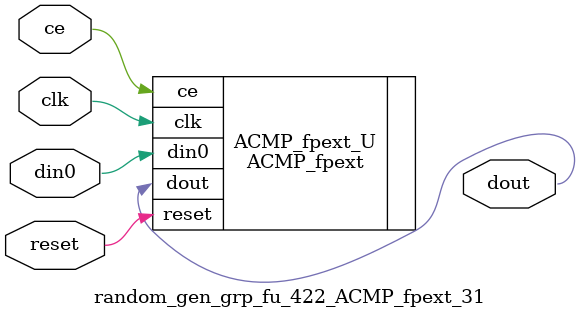
<source format=v>

`timescale 1 ns / 1 ps
module random_gen_grp_fu_422_ACMP_fpext_31(
    clk,
    reset,
    ce,
    din0,
    dout);

parameter ID = 32'd1;
parameter NUM_STAGE = 32'd1;
parameter din0_WIDTH = 32'd1;
parameter dout_WIDTH = 32'd1;
input clk;
input reset;
input ce;
input[din0_WIDTH - 1:0] din0;
output[dout_WIDTH - 1:0] dout;



ACMP_fpext #(
.ID( ID ),
.NUM_STAGE( 2 ),
.din0_WIDTH( din0_WIDTH ),
.dout_WIDTH( dout_WIDTH ))
ACMP_fpext_U(
    .clk( clk ),
    .reset( reset ),
    .ce( ce ),
    .din0( din0 ),
    .dout( dout ));

endmodule

</source>
